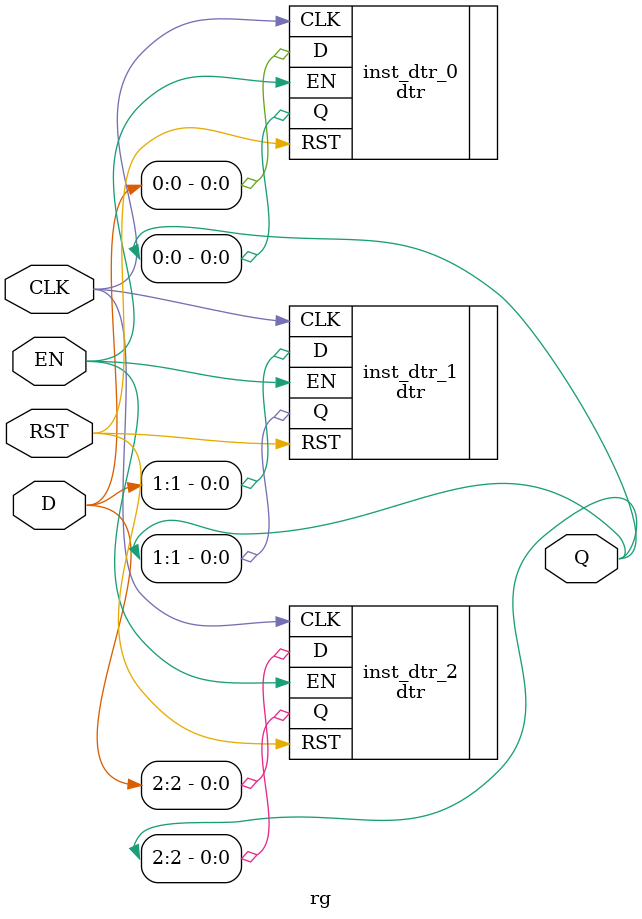
<source format=v>
`timescale 1ns / 1ps


module rg(
 input CLK,  
 input [2:0] D,    
 input RST,  
 input EN,   
 output [2:0] Q
);

dtr inst_dtr_2(
    .CLK(CLK),
    .D(D[2]),
    .RST(RST),
    .EN(EN),
    .Q(Q[2])
);

dtr inst_dtr_1(
    .CLK(CLK),
    .D(D[1]),
    .RST(RST),
    .EN(EN),
    .Q(Q[1])
);

dtr inst_dtr_0(
    .CLK(CLK),
    .D(D[0]),
    .RST(RST),
    .EN(EN),
    .Q(Q[0])
);

endmodule

</source>
